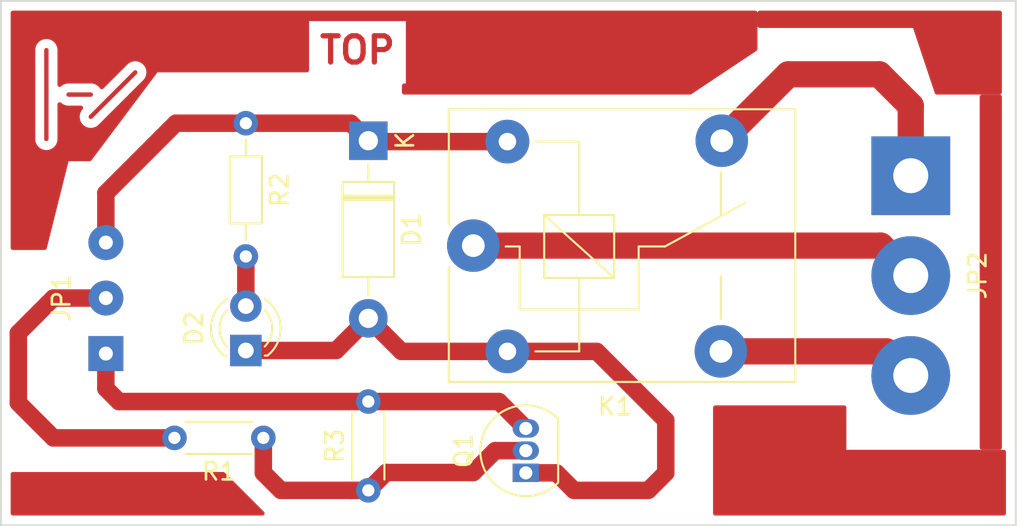
<source format=kicad_pcb>
(kicad_pcb (version 20171130) (host pcbnew 5.1.4-e60b266~84~ubuntu18.04.1)

  (general
    (thickness 1.6)
    (drawings 6)
    (tracks 50)
    (zones 0)
    (modules 9)
    (nets 10)
  )

  (page A4)
  (layers
    (0 F.Cu signal)
    (31 B.Cu signal)
    (32 B.Adhes user)
    (33 F.Adhes user)
    (34 B.Paste user)
    (35 F.Paste user)
    (36 B.SilkS user)
    (37 F.SilkS user)
    (38 B.Mask user)
    (39 F.Mask user)
    (40 Dwgs.User user)
    (41 Cmts.User user)
    (42 Eco1.User user)
    (43 Eco2.User user)
    (44 Edge.Cuts user)
    (45 Margin user)
    (46 B.CrtYd user)
    (47 F.CrtYd user)
    (48 B.Fab user)
    (49 F.Fab user)
  )

  (setup
    (last_trace_width 0.25)
    (user_trace_width 1)
    (user_trace_width 1.5)
    (trace_clearance 0.2)
    (zone_clearance 0.508)
    (zone_45_only no)
    (trace_min 0.2)
    (via_size 0.8)
    (via_drill 0.4)
    (via_min_size 0.4)
    (via_min_drill 0.3)
    (user_via 1.5 1)
    (user_via 2 1.5)
    (uvia_size 0.3)
    (uvia_drill 0.1)
    (uvias_allowed no)
    (uvia_min_size 0.2)
    (uvia_min_drill 0.1)
    (edge_width 0.05)
    (segment_width 0.2)
    (pcb_text_width 0.3)
    (pcb_text_size 1.5 1.5)
    (mod_edge_width 0.12)
    (mod_text_size 1 1)
    (mod_text_width 0.15)
    (pad_size 1.524 1.524)
    (pad_drill 0.762)
    (pad_to_mask_clearance 0.051)
    (solder_mask_min_width 0.25)
    (aux_axis_origin 0 0)
    (visible_elements 7FFFFFFF)
    (pcbplotparams
      (layerselection 0x010fc_ffffffff)
      (usegerberextensions false)
      (usegerberattributes false)
      (usegerberadvancedattributes false)
      (creategerberjobfile false)
      (excludeedgelayer true)
      (linewidth 0.100000)
      (plotframeref false)
      (viasonmask false)
      (mode 1)
      (useauxorigin false)
      (hpglpennumber 1)
      (hpglpenspeed 20)
      (hpglpendiameter 15.000000)
      (psnegative false)
      (psa4output false)
      (plotreference true)
      (plotvalue true)
      (plotinvisibletext false)
      (padsonsilk false)
      (subtractmaskfromsilk false)
      (outputformat 1)
      (mirror false)
      (drillshape 1)
      (scaleselection 1)
      (outputdirectory ""))
  )

  (net 0 "")
  (net 1 "Net-(D1-Pad2)")
  (net 2 "Net-(D1-Pad1)")
  (net 3 "Net-(D2-Pad2)")
  (net 4 "Net-(JP1-Pad2)")
  (net 5 GND)
  (net 6 "Net-(JP2-Pad3)")
  (net 7 "Net-(JP2-Pad2)")
  (net 8 "Net-(JP2-Pad1)")
  (net 9 "Net-(Q1-Pad2)")

  (net_class Default "Esta es la clase de red por defecto."
    (clearance 0.2)
    (trace_width 0.25)
    (via_dia 0.8)
    (via_drill 0.4)
    (uvia_dia 0.3)
    (uvia_drill 0.1)
    (add_net GND)
    (add_net "Net-(D1-Pad1)")
    (add_net "Net-(D1-Pad2)")
    (add_net "Net-(D2-Pad2)")
    (add_net "Net-(JP1-Pad2)")
    (add_net "Net-(JP2-Pad1)")
    (add_net "Net-(JP2-Pad2)")
    (add_net "Net-(JP2-Pad3)")
    (add_net "Net-(Q1-Pad2)")
  )

  (module Connector_Wire:SolderWirePad_1x03_P5.715mm_Drill2mm (layer F.Cu) (tedit 5AEE5F8E) (tstamp 5DC18647)
    (at 151 91 270)
    (descr "Wire solder connection")
    (tags connector)
    (path /5DC3165B)
    (attr virtual)
    (fp_text reference JP2 (at 5.715 -3.81 90) (layer F.SilkS)
      (effects (font (size 1 1) (thickness 0.15)))
    )
    (fp_text value Jumper_3_Open (at 5.715 3.81 90) (layer F.Fab)
      (effects (font (size 1 1) (thickness 0.15)))
    )
    (fp_line (start 14.17 2.75) (end -2.75 2.75) (layer F.CrtYd) (width 0.05))
    (fp_line (start 14.17 2.75) (end 14.17 -2.75) (layer F.CrtYd) (width 0.05))
    (fp_line (start -2.75 -2.75) (end -2.75 2.75) (layer F.CrtYd) (width 0.05))
    (fp_line (start -2.75 -2.75) (end 14.17 -2.75) (layer F.CrtYd) (width 0.05))
    (fp_text user %R (at 5.715 0 90) (layer F.Fab)
      (effects (font (size 1 1) (thickness 0.15)))
    )
    (pad 3 thru_hole circle (at 11.43 0 270) (size 4.50088 4.50088) (drill 1.99898) (layers *.Cu *.Mask)
      (net 6 "Net-(JP2-Pad3)"))
    (pad 2 thru_hole circle (at 5.715 0 270) (size 4.50088 4.50088) (drill 1.99898) (layers *.Cu *.Mask)
      (net 7 "Net-(JP2-Pad2)"))
    (pad 1 thru_hole rect (at 0 0 270) (size 4.50088 4.50088) (drill 1.99898) (layers *.Cu *.Mask)
      (net 8 "Net-(JP2-Pad1)"))
  )

  (module Resistor_THT:R_Axial_DIN0204_L3.6mm_D1.6mm_P5.08mm_Horizontal (layer F.Cu) (tedit 5AE5139B) (tstamp 5DC186BF)
    (at 120 109 90)
    (descr "Resistor, Axial_DIN0204 series, Axial, Horizontal, pin pitch=5.08mm, 0.167W, length*diameter=3.6*1.6mm^2, http://cdn-reichelt.de/documents/datenblatt/B400/1_4W%23YAG.pdf")
    (tags "Resistor Axial_DIN0204 series Axial Horizontal pin pitch 5.08mm 0.167W length 3.6mm diameter 1.6mm")
    (path /5DC4348E)
    (fp_text reference R3 (at 2.54 -1.92 90) (layer F.SilkS)
      (effects (font (size 1 1) (thickness 0.15)))
    )
    (fp_text value R (at 2.54 1.92 90) (layer F.Fab)
      (effects (font (size 1 1) (thickness 0.15)))
    )
    (fp_text user %R (at 2.54 0 90) (layer F.Fab)
      (effects (font (size 0.72 0.72) (thickness 0.108)))
    )
    (fp_line (start 6.03 -1.05) (end -0.95 -1.05) (layer F.CrtYd) (width 0.05))
    (fp_line (start 6.03 1.05) (end 6.03 -1.05) (layer F.CrtYd) (width 0.05))
    (fp_line (start -0.95 1.05) (end 6.03 1.05) (layer F.CrtYd) (width 0.05))
    (fp_line (start -0.95 -1.05) (end -0.95 1.05) (layer F.CrtYd) (width 0.05))
    (fp_line (start 0.62 0.92) (end 4.46 0.92) (layer F.SilkS) (width 0.12))
    (fp_line (start 0.62 -0.92) (end 4.46 -0.92) (layer F.SilkS) (width 0.12))
    (fp_line (start 5.08 0) (end 4.34 0) (layer F.Fab) (width 0.1))
    (fp_line (start 0 0) (end 0.74 0) (layer F.Fab) (width 0.1))
    (fp_line (start 4.34 -0.8) (end 0.74 -0.8) (layer F.Fab) (width 0.1))
    (fp_line (start 4.34 0.8) (end 4.34 -0.8) (layer F.Fab) (width 0.1))
    (fp_line (start 0.74 0.8) (end 4.34 0.8) (layer F.Fab) (width 0.1))
    (fp_line (start 0.74 -0.8) (end 0.74 0.8) (layer F.Fab) (width 0.1))
    (pad 2 thru_hole oval (at 5.08 0 90) (size 1.4 1.4) (drill 0.7) (layers *.Cu *.Mask)
      (net 5 GND))
    (pad 1 thru_hole circle (at 0 0 90) (size 1.4 1.4) (drill 0.7) (layers *.Cu *.Mask)
      (net 9 "Net-(Q1-Pad2)"))
    (model ${KISYS3DMOD}/Resistor_THT.3dshapes/R_Axial_DIN0204_L3.6mm_D1.6mm_P5.08mm_Horizontal.wrl
      (at (xyz 0 0 0))
      (scale (xyz 1 1 1))
      (rotate (xyz 0 0 0))
    )
  )

  (module Resistor_THT:R_Axial_DIN0204_L3.6mm_D1.6mm_P7.62mm_Horizontal (layer F.Cu) (tedit 5AE5139B) (tstamp 5DC186AC)
    (at 113 88 270)
    (descr "Resistor, Axial_DIN0204 series, Axial, Horizontal, pin pitch=7.62mm, 0.167W, length*diameter=3.6*1.6mm^2, http://cdn-reichelt.de/documents/datenblatt/B400/1_4W%23YAG.pdf")
    (tags "Resistor Axial_DIN0204 series Axial Horizontal pin pitch 7.62mm 0.167W length 3.6mm diameter 1.6mm")
    (path /5DC3EB0F)
    (fp_text reference R2 (at 3.81 -1.92 90) (layer F.SilkS)
      (effects (font (size 1 1) (thickness 0.15)))
    )
    (fp_text value R (at 3.81 1.92 90) (layer F.Fab)
      (effects (font (size 1 1) (thickness 0.15)))
    )
    (fp_text user %R (at 3.81 0 90) (layer F.Fab)
      (effects (font (size 0.72 0.72) (thickness 0.108)))
    )
    (fp_line (start 8.57 -1.05) (end -0.95 -1.05) (layer F.CrtYd) (width 0.05))
    (fp_line (start 8.57 1.05) (end 8.57 -1.05) (layer F.CrtYd) (width 0.05))
    (fp_line (start -0.95 1.05) (end 8.57 1.05) (layer F.CrtYd) (width 0.05))
    (fp_line (start -0.95 -1.05) (end -0.95 1.05) (layer F.CrtYd) (width 0.05))
    (fp_line (start 6.68 0) (end 5.73 0) (layer F.SilkS) (width 0.12))
    (fp_line (start 0.94 0) (end 1.89 0) (layer F.SilkS) (width 0.12))
    (fp_line (start 5.73 -0.92) (end 1.89 -0.92) (layer F.SilkS) (width 0.12))
    (fp_line (start 5.73 0.92) (end 5.73 -0.92) (layer F.SilkS) (width 0.12))
    (fp_line (start 1.89 0.92) (end 5.73 0.92) (layer F.SilkS) (width 0.12))
    (fp_line (start 1.89 -0.92) (end 1.89 0.92) (layer F.SilkS) (width 0.12))
    (fp_line (start 7.62 0) (end 5.61 0) (layer F.Fab) (width 0.1))
    (fp_line (start 0 0) (end 2.01 0) (layer F.Fab) (width 0.1))
    (fp_line (start 5.61 -0.8) (end 2.01 -0.8) (layer F.Fab) (width 0.1))
    (fp_line (start 5.61 0.8) (end 5.61 -0.8) (layer F.Fab) (width 0.1))
    (fp_line (start 2.01 0.8) (end 5.61 0.8) (layer F.Fab) (width 0.1))
    (fp_line (start 2.01 -0.8) (end 2.01 0.8) (layer F.Fab) (width 0.1))
    (pad 2 thru_hole oval (at 7.62 0 270) (size 1.4 1.4) (drill 0.7) (layers *.Cu *.Mask)
      (net 3 "Net-(D2-Pad2)"))
    (pad 1 thru_hole circle (at 0 0 270) (size 1.4 1.4) (drill 0.7) (layers *.Cu *.Mask)
      (net 2 "Net-(D1-Pad1)"))
    (model ${KISYS3DMOD}/Resistor_THT.3dshapes/R_Axial_DIN0204_L3.6mm_D1.6mm_P7.62mm_Horizontal.wrl
      (at (xyz 0 0 0))
      (scale (xyz 1 1 1))
      (rotate (xyz 0 0 0))
    )
  )

  (module Resistor_THT:R_Axial_DIN0204_L3.6mm_D1.6mm_P5.08mm_Horizontal (layer F.Cu) (tedit 5AE5139B) (tstamp 5DC18695)
    (at 114 106 180)
    (descr "Resistor, Axial_DIN0204 series, Axial, Horizontal, pin pitch=5.08mm, 0.167W, length*diameter=3.6*1.6mm^2, http://cdn-reichelt.de/documents/datenblatt/B400/1_4W%23YAG.pdf")
    (tags "Resistor Axial_DIN0204 series Axial Horizontal pin pitch 5.08mm 0.167W length 3.6mm diameter 1.6mm")
    (path /5DC34944)
    (fp_text reference R1 (at 2.54 -1.92) (layer F.SilkS)
      (effects (font (size 1 1) (thickness 0.15)))
    )
    (fp_text value R (at 2.54 1.92) (layer F.Fab)
      (effects (font (size 1 1) (thickness 0.15)))
    )
    (fp_text user %R (at 2.54 0) (layer F.Fab)
      (effects (font (size 0.72 0.72) (thickness 0.108)))
    )
    (fp_line (start 6.03 -1.05) (end -0.95 -1.05) (layer F.CrtYd) (width 0.05))
    (fp_line (start 6.03 1.05) (end 6.03 -1.05) (layer F.CrtYd) (width 0.05))
    (fp_line (start -0.95 1.05) (end 6.03 1.05) (layer F.CrtYd) (width 0.05))
    (fp_line (start -0.95 -1.05) (end -0.95 1.05) (layer F.CrtYd) (width 0.05))
    (fp_line (start 0.62 0.92) (end 4.46 0.92) (layer F.SilkS) (width 0.12))
    (fp_line (start 0.62 -0.92) (end 4.46 -0.92) (layer F.SilkS) (width 0.12))
    (fp_line (start 5.08 0) (end 4.34 0) (layer F.Fab) (width 0.1))
    (fp_line (start 0 0) (end 0.74 0) (layer F.Fab) (width 0.1))
    (fp_line (start 4.34 -0.8) (end 0.74 -0.8) (layer F.Fab) (width 0.1))
    (fp_line (start 4.34 0.8) (end 4.34 -0.8) (layer F.Fab) (width 0.1))
    (fp_line (start 0.74 0.8) (end 4.34 0.8) (layer F.Fab) (width 0.1))
    (fp_line (start 0.74 -0.8) (end 0.74 0.8) (layer F.Fab) (width 0.1))
    (pad 2 thru_hole oval (at 5.08 0 180) (size 1.4 1.4) (drill 0.7) (layers *.Cu *.Mask)
      (net 4 "Net-(JP1-Pad2)"))
    (pad 1 thru_hole circle (at 0 0 180) (size 1.4 1.4) (drill 0.7) (layers *.Cu *.Mask)
      (net 9 "Net-(Q1-Pad2)"))
    (model ${KISYS3DMOD}/Resistor_THT.3dshapes/R_Axial_DIN0204_L3.6mm_D1.6mm_P5.08mm_Horizontal.wrl
      (at (xyz 0 0 0))
      (scale (xyz 1 1 1))
      (rotate (xyz 0 0 0))
    )
  )

  (module Package_TO_SOT_THT:TO-92_Inline (layer F.Cu) (tedit 5A1DD157) (tstamp 5DC18682)
    (at 129 108 90)
    (descr "TO-92 leads in-line, narrow, oval pads, drill 0.75mm (see NXP sot054_po.pdf)")
    (tags "to-92 sc-43 sc-43a sot54 PA33 transistor")
    (path /5DC2D05D)
    (fp_text reference Q1 (at 1.27 -3.56 90) (layer F.SilkS)
      (effects (font (size 1 1) (thickness 0.15)))
    )
    (fp_text value BC337 (at 1.27 2.79 90) (layer F.Fab)
      (effects (font (size 1 1) (thickness 0.15)))
    )
    (fp_arc (start 1.27 0) (end 1.27 -2.6) (angle 135) (layer F.SilkS) (width 0.12))
    (fp_arc (start 1.27 0) (end 1.27 -2.48) (angle -135) (layer F.Fab) (width 0.1))
    (fp_arc (start 1.27 0) (end 1.27 -2.6) (angle -135) (layer F.SilkS) (width 0.12))
    (fp_arc (start 1.27 0) (end 1.27 -2.48) (angle 135) (layer F.Fab) (width 0.1))
    (fp_line (start 4 2.01) (end -1.46 2.01) (layer F.CrtYd) (width 0.05))
    (fp_line (start 4 2.01) (end 4 -2.73) (layer F.CrtYd) (width 0.05))
    (fp_line (start -1.46 -2.73) (end -1.46 2.01) (layer F.CrtYd) (width 0.05))
    (fp_line (start -1.46 -2.73) (end 4 -2.73) (layer F.CrtYd) (width 0.05))
    (fp_line (start -0.5 1.75) (end 3 1.75) (layer F.Fab) (width 0.1))
    (fp_line (start -0.53 1.85) (end 3.07 1.85) (layer F.SilkS) (width 0.12))
    (fp_text user %R (at 1.27 -3.56 90) (layer F.Fab)
      (effects (font (size 1 1) (thickness 0.15)))
    )
    (pad 1 thru_hole rect (at 0 0 90) (size 1.05 1.5) (drill 0.75) (layers *.Cu *.Mask)
      (net 1 "Net-(D1-Pad2)"))
    (pad 3 thru_hole oval (at 2.54 0 90) (size 1.05 1.5) (drill 0.75) (layers *.Cu *.Mask)
      (net 5 GND))
    (pad 2 thru_hole oval (at 1.27 0 90) (size 1.05 1.5) (drill 0.75) (layers *.Cu *.Mask)
      (net 9 "Net-(Q1-Pad2)"))
    (model ${KISYS3DMOD}/Package_TO_SOT_THT.3dshapes/TO-92_Inline.wrl
      (at (xyz 0 0 0))
      (scale (xyz 1 1 1))
      (rotate (xyz 0 0 0))
    )
  )

  (module Relay_THT:Relay_SPDT_SANYOU_SRD_Series_Form_C (layer F.Cu) (tedit 58FA3148) (tstamp 5DC18670)
    (at 126 95)
    (descr "relay Sanyou SRD series Form C http://www.sanyourelay.ca/public/products/pdf/SRD.pdf")
    (tags "relay Sanyu SRD form C")
    (path /5DC4EBC6)
    (fp_text reference K1 (at 8.1 9.2) (layer F.SilkS)
      (effects (font (size 1 1) (thickness 0.15)))
    )
    (fp_text value SANYOU_SRD_Form_C (at 8 -9.6) (layer F.Fab)
      (effects (font (size 1 1) (thickness 0.15)))
    )
    (fp_line (start 8.05 1.85) (end 4.05 1.85) (layer F.SilkS) (width 0.12))
    (fp_line (start 8.05 -1.75) (end 8.05 1.85) (layer F.SilkS) (width 0.12))
    (fp_line (start 4.05 -1.75) (end 8.05 -1.75) (layer F.SilkS) (width 0.12))
    (fp_line (start 4.05 1.85) (end 4.05 -1.75) (layer F.SilkS) (width 0.12))
    (fp_line (start 8.05 1.85) (end 4.05 -1.75) (layer F.SilkS) (width 0.12))
    (fp_line (start 6.05 1.85) (end 6.05 6.05) (layer F.SilkS) (width 0.12))
    (fp_line (start 6.05 -5.95) (end 6.05 -1.75) (layer F.SilkS) (width 0.12))
    (fp_line (start 2.65 0.05) (end 2.65 3.65) (layer F.SilkS) (width 0.12))
    (fp_line (start 9.45 0.05) (end 9.45 3.65) (layer F.SilkS) (width 0.12))
    (fp_line (start 9.45 3.65) (end 2.65 3.65) (layer F.SilkS) (width 0.12))
    (fp_line (start 10.95 0.05) (end 15.55 -2.45) (layer F.SilkS) (width 0.12))
    (fp_line (start 9.45 0.05) (end 10.95 0.05) (layer F.SilkS) (width 0.12))
    (fp_line (start 6.05 -5.95) (end 3.55 -5.95) (layer F.SilkS) (width 0.12))
    (fp_line (start 2.65 0.05) (end 1.85 0.05) (layer F.SilkS) (width 0.12))
    (fp_line (start 3.55 6.05) (end 6.05 6.05) (layer F.SilkS) (width 0.12))
    (fp_line (start 14.15 -4.2) (end 14.15 -1.7) (layer F.SilkS) (width 0.12))
    (fp_line (start 14.15 4.2) (end 14.15 1.75) (layer F.SilkS) (width 0.12))
    (fp_line (start -1.55 7.95) (end 18.55 7.95) (layer F.CrtYd) (width 0.05))
    (fp_line (start 18.55 -7.95) (end 18.55 7.95) (layer F.CrtYd) (width 0.05))
    (fp_line (start -1.55 7.95) (end -1.55 -7.95) (layer F.CrtYd) (width 0.05))
    (fp_line (start 18.55 -7.95) (end -1.55 -7.95) (layer F.CrtYd) (width 0.05))
    (fp_text user %R (at 7.1 0.025) (layer F.Fab)
      (effects (font (size 1 1) (thickness 0.15)))
    )
    (fp_line (start -1.3 7.7) (end -1.3 -7.7) (layer F.Fab) (width 0.12))
    (fp_line (start 18.3 7.7) (end -1.3 7.7) (layer F.Fab) (width 0.12))
    (fp_line (start 18.3 -7.7) (end 18.3 7.7) (layer F.Fab) (width 0.12))
    (fp_line (start -1.3 -7.7) (end 18.3 -7.7) (layer F.Fab) (width 0.12))
    (fp_text user 1 (at 0 -2.3) (layer F.Fab)
      (effects (font (size 1 1) (thickness 0.15)))
    )
    (fp_line (start 18.4 7.8) (end -1.4 7.8) (layer F.SilkS) (width 0.12))
    (fp_line (start 18.4 -7.8) (end 18.4 7.8) (layer F.SilkS) (width 0.12))
    (fp_line (start -1.4 -7.8) (end 18.4 -7.8) (layer F.SilkS) (width 0.12))
    (fp_line (start -1.4 -7.8) (end -1.4 -1.2) (layer F.SilkS) (width 0.12))
    (fp_line (start -1.4 1.2) (end -1.4 7.8) (layer F.SilkS) (width 0.12))
    (pad 1 thru_hole circle (at 0 0 90) (size 3 3) (drill 1.3) (layers *.Cu *.Mask)
      (net 7 "Net-(JP2-Pad2)"))
    (pad 5 thru_hole circle (at 1.95 -5.95 90) (size 2.5 2.5) (drill 1) (layers *.Cu *.Mask)
      (net 2 "Net-(D1-Pad1)"))
    (pad 4 thru_hole circle (at 14.2 -6 90) (size 3 3) (drill 1.3) (layers *.Cu *.Mask)
      (net 8 "Net-(JP2-Pad1)"))
    (pad 3 thru_hole circle (at 14.15 6.05 90) (size 3 3) (drill 1.3) (layers *.Cu *.Mask)
      (net 6 "Net-(JP2-Pad3)"))
    (pad 2 thru_hole circle (at 1.95 6.05 90) (size 2.5 2.5) (drill 1) (layers *.Cu *.Mask)
      (net 1 "Net-(D1-Pad2)"))
    (model ${KISYS3DMOD}/Relay_THT.3dshapes/Relay_SPDT_SANYOU_SRD_Series_Form_C.wrl
      (at (xyz 0 0 0))
      (scale (xyz 1 1 1))
      (rotate (xyz 0 0 0))
    )
  )

  (module Connector_Wire:SolderWirePad_1x03_P3.175mm_Drill0.8mm (layer F.Cu) (tedit 5AEE57A0) (tstamp 5DC1863B)
    (at 105 101.175 90)
    (descr "Wire solder connection")
    (tags connector)
    (path /5DC4A9A6)
    (attr virtual)
    (fp_text reference JP1 (at 3.175 -2.54 90) (layer F.SilkS)
      (effects (font (size 1 1) (thickness 0.15)))
    )
    (fp_text value Jumper_3_Open (at 3.175 2.54 90) (layer F.Fab)
      (effects (font (size 1 1) (thickness 0.15)))
    )
    (fp_line (start 7.85 1.5) (end -1.49 1.5) (layer F.CrtYd) (width 0.05))
    (fp_line (start 7.85 1.5) (end 7.85 -1.5) (layer F.CrtYd) (width 0.05))
    (fp_line (start -1.49 -1.5) (end -1.49 1.5) (layer F.CrtYd) (width 0.05))
    (fp_line (start -1.49 -1.5) (end 7.85 -1.5) (layer F.CrtYd) (width 0.05))
    (fp_text user %R (at 3.175 0 90) (layer F.Fab)
      (effects (font (size 1 1) (thickness 0.15)))
    )
    (pad 3 thru_hole circle (at 6.35 0 90) (size 1.99898 1.99898) (drill 0.8001) (layers *.Cu *.Mask)
      (net 2 "Net-(D1-Pad1)"))
    (pad 2 thru_hole circle (at 3.175 0 90) (size 1.99898 1.99898) (drill 0.8001) (layers *.Cu *.Mask)
      (net 4 "Net-(JP1-Pad2)"))
    (pad 1 thru_hole rect (at 0 0 90) (size 1.99898 1.99898) (drill 0.8001) (layers *.Cu *.Mask)
      (net 5 GND))
  )

  (module LED_THT:LED_D3.0mm (layer F.Cu) (tedit 587A3A7B) (tstamp 5DC1862F)
    (at 113 101 90)
    (descr "LED, diameter 3.0mm, 2 pins")
    (tags "LED diameter 3.0mm 2 pins")
    (path /5DC3F665)
    (fp_text reference D2 (at 1.27 -2.96 90) (layer F.SilkS)
      (effects (font (size 1 1) (thickness 0.15)))
    )
    (fp_text value LED (at 1.27 2.96 90) (layer F.Fab)
      (effects (font (size 1 1) (thickness 0.15)))
    )
    (fp_line (start 3.7 -2.25) (end -1.15 -2.25) (layer F.CrtYd) (width 0.05))
    (fp_line (start 3.7 2.25) (end 3.7 -2.25) (layer F.CrtYd) (width 0.05))
    (fp_line (start -1.15 2.25) (end 3.7 2.25) (layer F.CrtYd) (width 0.05))
    (fp_line (start -1.15 -2.25) (end -1.15 2.25) (layer F.CrtYd) (width 0.05))
    (fp_line (start -0.29 1.08) (end -0.29 1.236) (layer F.SilkS) (width 0.12))
    (fp_line (start -0.29 -1.236) (end -0.29 -1.08) (layer F.SilkS) (width 0.12))
    (fp_line (start -0.23 -1.16619) (end -0.23 1.16619) (layer F.Fab) (width 0.1))
    (fp_circle (center 1.27 0) (end 2.77 0) (layer F.Fab) (width 0.1))
    (fp_arc (start 1.27 0) (end 0.229039 1.08) (angle -87.9) (layer F.SilkS) (width 0.12))
    (fp_arc (start 1.27 0) (end 0.229039 -1.08) (angle 87.9) (layer F.SilkS) (width 0.12))
    (fp_arc (start 1.27 0) (end -0.29 1.235516) (angle -108.8) (layer F.SilkS) (width 0.12))
    (fp_arc (start 1.27 0) (end -0.29 -1.235516) (angle 108.8) (layer F.SilkS) (width 0.12))
    (fp_arc (start 1.27 0) (end -0.23 -1.16619) (angle 284.3) (layer F.Fab) (width 0.1))
    (pad 2 thru_hole circle (at 2.54 0 90) (size 1.8 1.8) (drill 0.9) (layers *.Cu *.Mask)
      (net 3 "Net-(D2-Pad2)"))
    (pad 1 thru_hole rect (at 0 0 90) (size 1.8 1.8) (drill 0.9) (layers *.Cu *.Mask)
      (net 1 "Net-(D1-Pad2)"))
    (model ${KISYS3DMOD}/LED_THT.3dshapes/LED_D3.0mm.wrl
      (at (xyz 0 0 0))
      (scale (xyz 1 1 1))
      (rotate (xyz 0 0 0))
    )
  )

  (module Diode_THT:D_DO-41_SOD81_P10.16mm_Horizontal (layer F.Cu) (tedit 5AE50CD5) (tstamp 5DC1861C)
    (at 120 89 270)
    (descr "Diode, DO-41_SOD81 series, Axial, Horizontal, pin pitch=10.16mm, , length*diameter=5.2*2.7mm^2, , http://www.diodes.com/_files/packages/DO-41%20(Plastic).pdf")
    (tags "Diode DO-41_SOD81 series Axial Horizontal pin pitch 10.16mm  length 5.2mm diameter 2.7mm")
    (path /5DC3C3D6)
    (fp_text reference D1 (at 5.08 -2.47 90) (layer F.SilkS)
      (effects (font (size 1 1) (thickness 0.15)))
    )
    (fp_text value 1N4007 (at 5.08 2.47 90) (layer F.Fab)
      (effects (font (size 1 1) (thickness 0.15)))
    )
    (fp_text user K (at 0 -2.1 90) (layer F.SilkS)
      (effects (font (size 1 1) (thickness 0.15)))
    )
    (fp_text user K (at 0 -2.1 90) (layer F.Fab)
      (effects (font (size 1 1) (thickness 0.15)))
    )
    (fp_text user %R (at 5.47 0 90) (layer F.Fab)
      (effects (font (size 1 1) (thickness 0.15)))
    )
    (fp_line (start 11.51 -1.6) (end -1.35 -1.6) (layer F.CrtYd) (width 0.05))
    (fp_line (start 11.51 1.6) (end 11.51 -1.6) (layer F.CrtYd) (width 0.05))
    (fp_line (start -1.35 1.6) (end 11.51 1.6) (layer F.CrtYd) (width 0.05))
    (fp_line (start -1.35 -1.6) (end -1.35 1.6) (layer F.CrtYd) (width 0.05))
    (fp_line (start 3.14 -1.47) (end 3.14 1.47) (layer F.SilkS) (width 0.12))
    (fp_line (start 3.38 -1.47) (end 3.38 1.47) (layer F.SilkS) (width 0.12))
    (fp_line (start 3.26 -1.47) (end 3.26 1.47) (layer F.SilkS) (width 0.12))
    (fp_line (start 8.82 0) (end 7.8 0) (layer F.SilkS) (width 0.12))
    (fp_line (start 1.34 0) (end 2.36 0) (layer F.SilkS) (width 0.12))
    (fp_line (start 7.8 -1.47) (end 2.36 -1.47) (layer F.SilkS) (width 0.12))
    (fp_line (start 7.8 1.47) (end 7.8 -1.47) (layer F.SilkS) (width 0.12))
    (fp_line (start 2.36 1.47) (end 7.8 1.47) (layer F.SilkS) (width 0.12))
    (fp_line (start 2.36 -1.47) (end 2.36 1.47) (layer F.SilkS) (width 0.12))
    (fp_line (start 3.16 -1.35) (end 3.16 1.35) (layer F.Fab) (width 0.1))
    (fp_line (start 3.36 -1.35) (end 3.36 1.35) (layer F.Fab) (width 0.1))
    (fp_line (start 3.26 -1.35) (end 3.26 1.35) (layer F.Fab) (width 0.1))
    (fp_line (start 10.16 0) (end 7.68 0) (layer F.Fab) (width 0.1))
    (fp_line (start 0 0) (end 2.48 0) (layer F.Fab) (width 0.1))
    (fp_line (start 7.68 -1.35) (end 2.48 -1.35) (layer F.Fab) (width 0.1))
    (fp_line (start 7.68 1.35) (end 7.68 -1.35) (layer F.Fab) (width 0.1))
    (fp_line (start 2.48 1.35) (end 7.68 1.35) (layer F.Fab) (width 0.1))
    (fp_line (start 2.48 -1.35) (end 2.48 1.35) (layer F.Fab) (width 0.1))
    (pad 2 thru_hole oval (at 10.16 0 270) (size 2.2 2.2) (drill 1.1) (layers *.Cu *.Mask)
      (net 1 "Net-(D1-Pad2)"))
    (pad 1 thru_hole rect (at 0 0 270) (size 2.2 2.2) (drill 1.1) (layers *.Cu *.Mask)
      (net 2 "Net-(D1-Pad1)"))
    (model ${KISYS3DMOD}/Diode_THT.3dshapes/D_DO-41_SOD81_P10.16mm_Horizontal.wrl
      (at (xyz 0 0 0))
      (scale (xyz 1 1 1))
      (rotate (xyz 0 0 0))
    )
  )

  (gr_text TOP (at 119.38 83.82) (layer F.Cu)
    (effects (font (size 1.5 1.5) (thickness 0.3)))
  )
  (gr_line (start 156 81) (end 157 81) (layer Edge.Cuts) (width 0.1))
  (gr_line (start 99 81) (end 156 81) (layer Edge.Cuts) (width 0.1))
  (gr_line (start 99 111) (end 99 81) (layer Edge.Cuts) (width 0.1))
  (gr_line (start 157 111) (end 99 111) (layer Edge.Cuts) (width 0.1))
  (gr_line (start 157 81) (end 157 111) (layer Edge.Cuts) (width 0.1))

  (segment (start 101.6 83.82) (end 101.6 88.9) (width 0.25) (layer F.Cu) (net 0))
  (segment (start 102.87 86.36) (end 104.14 86.36) (width 0.25) (layer F.Cu) (net 0))
  (segment (start 106.68 85.09) (end 104.14 87.63) (width 0.25) (layer F.Cu) (net 0))
  (segment (start 118.16 101) (end 120 99.16) (width 1) (layer F.Cu) (net 1))
  (segment (start 113 101) (end 118.16 101) (width 1) (layer F.Cu) (net 1))
  (segment (start 121.89 101.05) (end 120 99.16) (width 1) (layer F.Cu) (net 1))
  (segment (start 127.95 101.05) (end 121.89 101.05) (width 1) (layer F.Cu) (net 1))
  (segment (start 133.05 101.05) (end 127.95 101.05) (width 1) (layer F.Cu) (net 1))
  (segment (start 129 108) (end 130.75 108) (width 1) (layer F.Cu) (net 1))
  (segment (start 136 109) (end 137 108) (width 1) (layer F.Cu) (net 1))
  (segment (start 130.75 108) (end 131.75 109) (width 1) (layer F.Cu) (net 1))
  (segment (start 137 108) (end 137 105) (width 1) (layer F.Cu) (net 1))
  (segment (start 131.75 109) (end 136 109) (width 1) (layer F.Cu) (net 1))
  (segment (start 137 105) (end 133.05 101.05) (width 1) (layer F.Cu) (net 1))
  (segment (start 112.010051 88) (end 113 88) (width 0.5) (layer F.Cu) (net 2))
  (segment (start 127.9 89) (end 127.95 89.05) (width 0.5) (layer F.Cu) (net 2))
  (segment (start 120.05 89.05) (end 120 89) (width 1) (layer F.Cu) (net 2))
  (segment (start 127.95 89.05) (end 120.05 89.05) (width 1) (layer F.Cu) (net 2))
  (segment (start 105 94.825) (end 105 92) (width 1) (layer F.Cu) (net 2))
  (segment (start 109 88) (end 113 88) (width 1) (layer F.Cu) (net 2))
  (segment (start 105 92) (end 109 88) (width 1) (layer F.Cu) (net 2))
  (segment (start 119 88) (end 120 89) (width 1) (layer F.Cu) (net 2))
  (segment (start 113 88) (end 119 88) (width 1) (layer F.Cu) (net 2))
  (segment (start 113 95.62) (end 113 98.46) (width 1) (layer F.Cu) (net 3))
  (segment (start 105 98) (end 102 98) (width 1) (layer F.Cu) (net 4))
  (segment (start 102 98) (end 100 100) (width 1) (layer F.Cu) (net 4))
  (segment (start 100 100) (end 100 104) (width 1) (layer F.Cu) (net 4))
  (segment (start 102 106) (end 108.92 106) (width 1) (layer F.Cu) (net 4))
  (segment (start 100 104) (end 102 106) (width 1) (layer F.Cu) (net 4))
  (segment (start 127.46 103.92) (end 129 105.46) (width 1) (layer F.Cu) (net 5))
  (segment (start 120 103.92) (end 127.46 103.92) (width 1) (layer F.Cu) (net 5))
  (segment (start 105 103.17449) (end 105 101.175) (width 1) (layer F.Cu) (net 5))
  (segment (start 105.74551 103.92) (end 105 103.17449) (width 1) (layer F.Cu) (net 5))
  (segment (start 120 103.92) (end 105.74551 103.92) (width 1) (layer F.Cu) (net 5))
  (segment (start 149.62 101.05) (end 151 102.43) (width 1.5) (layer F.Cu) (net 6))
  (segment (start 140.15 101.05) (end 149.62 101.05) (width 1.5) (layer F.Cu) (net 6))
  (segment (start 149.285 95) (end 151 96.715) (width 1.5) (layer F.Cu) (net 7))
  (segment (start 126 95) (end 149.285 95) (width 1.5) (layer F.Cu) (net 7))
  (segment (start 140.2 89) (end 144 85.2) (width 1.5) (layer F.Cu) (net 8))
  (segment (start 144 85.2) (end 149.2 85.2) (width 1.5) (layer F.Cu) (net 8))
  (segment (start 151 87) (end 151 91) (width 1.5) (layer F.Cu) (net 8))
  (segment (start 149.2 85.2) (end 151 87) (width 1.5) (layer F.Cu) (net 8))
  (segment (start 114 106) (end 114 108) (width 1) (layer F.Cu) (net 9))
  (segment (start 119.010051 109) (end 120 109) (width 1) (layer F.Cu) (net 9))
  (segment (start 115 109) (end 119.010051 109) (width 1) (layer F.Cu) (net 9))
  (segment (start 114 108) (end 115 109) (width 1) (layer F.Cu) (net 9))
  (segment (start 127.25 106.73) (end 126 107.98) (width 1) (layer F.Cu) (net 9))
  (segment (start 129 106.73) (end 127.25 106.73) (width 1) (layer F.Cu) (net 9))
  (segment (start 121.02 107.98) (end 120 109) (width 1) (layer F.Cu) (net 9))
  (segment (start 126 107.98) (end 121.02 107.98) (width 1) (layer F.Cu) (net 9))

  (zone (net 0) (net_name "") (layer F.Cu) (tstamp 0) (hatch edge 0.508)
    (connect_pads (clearance 0.508))
    (min_thickness 0.254)
    (fill yes (arc_segments 32) (thermal_gap 0.508) (thermal_bridge_width 0.508))
    (polygon
      (pts
        (xy 101.6 95.25) (xy 99.06 95.25) (xy 99.06 81.28) (xy 142.24 81.28) (xy 142.24 83.82)
        (xy 138.43 86.36) (xy 121.92 86.36) (xy 121.92 85.09) (xy 107.95 85.09) (xy 104.14 90.17)
        (xy 102.87 90.17)
      )
    )
    (filled_polygon
      (pts
        (xy 142.113 83.752032) (xy 138.391548 86.233) (xy 122.047 86.233) (xy 122.047 85.85) (xy 122.272143 85.85)
        (xy 122.272143 82.03) (xy 116.487857 82.03) (xy 116.487857 84.963) (xy 107.95 84.963) (xy 107.925224 84.96544)
        (xy 107.901399 84.972667) (xy 107.879443 84.984403) (xy 107.860197 85.000197) (xy 107.8484 85.0138) (xy 104.0765 90.043)
        (xy 102.87 90.043) (xy 102.845224 90.04544) (xy 102.821399 90.052667) (xy 102.799443 90.064403) (xy 102.780197 90.080197)
        (xy 102.764403 90.099443) (xy 102.752667 90.121399) (xy 102.746792 90.139198) (xy 101.500842 95.123) (xy 99.685 95.123)
        (xy 99.685 83.782668) (xy 100.84 83.782668) (xy 100.840001 88.937333) (xy 100.850998 89.048986) (xy 100.894455 89.192247)
        (xy 100.965027 89.324276) (xy 101.06 89.440001) (xy 101.175725 89.534974) (xy 101.307754 89.605546) (xy 101.451015 89.649003)
        (xy 101.6 89.663677) (xy 101.748986 89.649003) (xy 101.892247 89.605546) (xy 102.024276 89.534974) (xy 102.140001 89.440001)
        (xy 102.234974 89.324276) (xy 102.305546 89.192247) (xy 102.349003 89.048986) (xy 102.36 88.937333) (xy 102.36 86.924622)
        (xy 102.445724 86.994974) (xy 102.577753 87.065546) (xy 102.721014 87.109003) (xy 102.832667 87.12) (xy 103.575379 87.12)
        (xy 103.505026 87.205724) (xy 103.434454 87.337754) (xy 103.390998 87.481015) (xy 103.376324 87.63) (xy 103.390998 87.778985)
        (xy 103.434454 87.922246) (xy 103.505026 88.054276) (xy 103.599999 88.170001) (xy 103.715724 88.264974) (xy 103.847754 88.335546)
        (xy 103.991015 88.379002) (xy 104.14 88.393676) (xy 104.288985 88.379002) (xy 104.432246 88.335546) (xy 104.564276 88.264974)
        (xy 104.651002 88.193799) (xy 107.243799 85.601004) (xy 107.314973 85.514277) (xy 107.385545 85.382247) (xy 107.429002 85.238987)
        (xy 107.443676 85.090001) (xy 107.429002 84.941015) (xy 107.385545 84.797754) (xy 107.314973 84.665725) (xy 107.22 84.55)
        (xy 107.104275 84.455027) (xy 106.972246 84.384455) (xy 106.828985 84.340998) (xy 106.679999 84.326324) (xy 106.531013 84.340998)
        (xy 106.387753 84.384455) (xy 106.255723 84.455027) (xy 106.168996 84.526201) (xy 104.767987 85.927211) (xy 104.680001 85.819999)
        (xy 104.564276 85.725026) (xy 104.432247 85.654454) (xy 104.288986 85.610997) (xy 104.177333 85.6) (xy 102.832667 85.6)
        (xy 102.721014 85.610997) (xy 102.577753 85.654454) (xy 102.445724 85.725026) (xy 102.36 85.795378) (xy 102.36 83.782667)
        (xy 102.349003 83.671014) (xy 102.305546 83.527753) (xy 102.234974 83.395724) (xy 102.140001 83.279999) (xy 102.024275 83.185026)
        (xy 101.892246 83.114454) (xy 101.748985 83.070997) (xy 101.6 83.056323) (xy 101.451014 83.070997) (xy 101.307753 83.114454)
        (xy 101.175724 83.185026) (xy 101.059999 83.279999) (xy 100.965026 83.395725) (xy 100.894454 83.527754) (xy 100.850997 83.671015)
        (xy 100.84 83.782668) (xy 99.685 83.782668) (xy 99.685 81.685) (xy 142.113 81.685)
      )
    )
  )
  (zone (net 0) (net_name "") (layer F.Cu) (tstamp 0) (hatch edge 0.508)
    (connect_pads (clearance 0.508))
    (min_thickness 0.254)
    (fill yes (arc_segments 32) (thermal_gap 0.508) (thermal_bridge_width 0.508))
    (polygon
      (pts
        (xy 139.7 110.49) (xy 139.7 104.14) (xy 147.32 104.14) (xy 147.32 106.68) (xy 157.48 106.68)
        (xy 157.48 110.49)
      )
    )
    (filled_polygon
      (pts
        (xy 147.193 106.68) (xy 147.19544 106.704776) (xy 147.202667 106.728601) (xy 147.214403 106.750557) (xy 147.230197 106.769803)
        (xy 147.249443 106.785597) (xy 147.271399 106.797333) (xy 147.295224 106.80456) (xy 147.32 106.807) (xy 156.315001 106.807)
        (xy 156.315001 110.315) (xy 139.827 110.315) (xy 139.827 104.267) (xy 147.193 104.267)
      )
    )
  )
  (zone (net 0) (net_name "") (layer F.Cu) (tstamp 0) (hatch edge 0.508)
    (connect_pads (clearance 0.508))
    (min_thickness 0.254)
    (fill yes (arc_segments 32) (thermal_gap 0.508) (thermal_bridge_width 0.508))
    (polygon
      (pts
        (xy 142.24 82.55) (xy 151.13 82.55) (xy 152.4 86.36) (xy 156.21 86.36) (xy 156.21 81.28)
        (xy 142.24 81.28)
      )
    )
    (filled_polygon
      (pts
        (xy 156.083 86.233) (xy 152.491537 86.233) (xy 151.250483 82.509839) (xy 151.240333 82.487106) (xy 151.225943 82.466789)
        (xy 151.207866 82.449671) (xy 151.186796 82.436408) (xy 151.163544 82.42751) (xy 151.13 82.423) (xy 142.367 82.423)
        (xy 142.367 81.685) (xy 156.083 81.685)
      )
    )
  )
  (zone (net 0) (net_name "") (layer F.Cu) (tstamp 0) (hatch edge 0.508)
    (connect_pads (clearance 0.508))
    (min_thickness 0.254)
    (fill yes (arc_segments 32) (thermal_gap 0.508) (thermal_bridge_width 0.508))
    (polygon
      (pts
        (xy 154.94 86.36) (xy 154.94 106.68) (xy 156.21 106.68) (xy 156.21 86.36)
      )
    )
    (filled_polygon
      (pts
        (xy 156.083 106.553) (xy 155.067 106.553) (xy 155.067 86.487) (xy 156.083 86.487)
      )
    )
  )
  (zone (net 0) (net_name "") (layer F.Cu) (tstamp 0) (hatch edge 0.508)
    (connect_pads (clearance 0.508))
    (min_thickness 0.254)
    (fill yes (arc_segments 32) (thermal_gap 0.508) (thermal_bridge_width 0.508))
    (polygon
      (pts
        (xy 99.06 107.95) (xy 111.76 107.95) (xy 114.3 110.49) (xy 99.06 110.49)
      )
    )
    (filled_polygon
      (pts
        (xy 113.945394 110.315) (xy 99.685 110.315) (xy 99.685 108.077) (xy 111.707394 108.077)
      )
    )
  )
)

</source>
